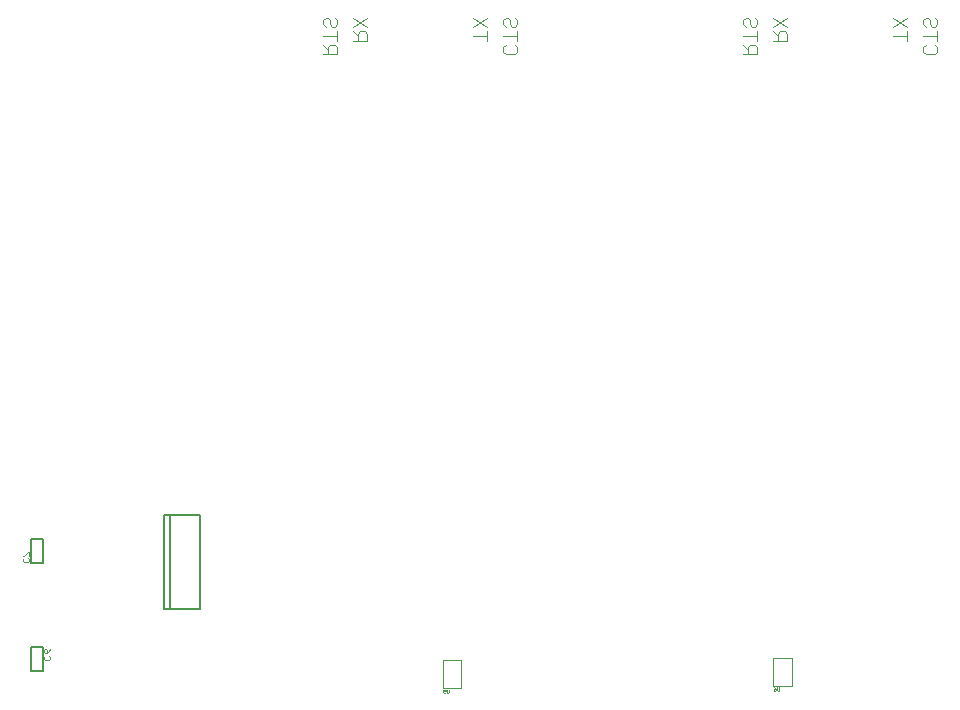
<source format=gbo>
G75*
G70*
%OFA0B0*%
%FSLAX24Y24*%
%IPPOS*%
%LPD*%
%AMOC8*
5,1,8,0,0,1.08239X$1,22.5*
%
%ADD10C,0.0040*%
%ADD11C,0.0020*%
%ADD12C,0.0010*%
%ADD13C,0.0050*%
D10*
X002072Y004638D02*
X002039Y004671D01*
X002039Y004738D01*
X002072Y004771D01*
X002072Y004859D02*
X002039Y004892D01*
X002039Y004959D01*
X002072Y004992D01*
X002105Y004992D01*
X002139Y004959D01*
X002139Y004859D01*
X002072Y004859D01*
X002139Y004859D02*
X002206Y004926D01*
X002239Y004992D01*
X002206Y004771D02*
X002239Y004738D01*
X002239Y004671D01*
X002206Y004638D01*
X002072Y004638D01*
X001518Y007893D02*
X001385Y007893D01*
X001351Y007927D01*
X001351Y007993D01*
X001385Y008027D01*
X001385Y008114D02*
X001351Y008114D01*
X001385Y008114D02*
X001518Y008248D01*
X001551Y008248D01*
X001551Y008114D01*
X001518Y008027D02*
X001551Y007993D01*
X001551Y007927D01*
X001518Y007893D01*
X011344Y024822D02*
X011805Y024822D01*
X011805Y025052D01*
X011728Y025129D01*
X011575Y025129D01*
X011498Y025052D01*
X011498Y024822D01*
X011498Y024975D02*
X011344Y025129D01*
X011344Y025436D02*
X011805Y025436D01*
X011805Y025589D02*
X011805Y025282D01*
X012344Y025282D02*
X012805Y025282D01*
X012805Y025513D01*
X012728Y025589D01*
X012575Y025589D01*
X012498Y025513D01*
X012498Y025282D01*
X012498Y025436D02*
X012344Y025589D01*
X012344Y025743D02*
X012805Y026050D01*
X012805Y025743D02*
X012344Y026050D01*
X011805Y025973D02*
X011805Y025819D01*
X011728Y025743D01*
X011651Y025743D01*
X011575Y025819D01*
X011575Y025973D01*
X011498Y026050D01*
X011421Y026050D01*
X011344Y025973D01*
X011344Y025819D01*
X011421Y025743D01*
X011728Y026050D02*
X011805Y025973D01*
X016344Y026050D02*
X016805Y025743D01*
X016805Y025589D02*
X016805Y025282D01*
X016805Y025436D02*
X016344Y025436D01*
X016344Y025743D02*
X016805Y026050D01*
X017344Y025973D02*
X017344Y025819D01*
X017421Y025743D01*
X017575Y025819D02*
X017575Y025973D01*
X017498Y026050D01*
X017421Y026050D01*
X017344Y025973D01*
X017575Y025819D02*
X017651Y025743D01*
X017728Y025743D01*
X017805Y025819D01*
X017805Y025973D01*
X017728Y026050D01*
X017805Y025589D02*
X017805Y025282D01*
X017805Y025436D02*
X017344Y025436D01*
X017421Y025129D02*
X017344Y025052D01*
X017344Y024899D01*
X017421Y024822D01*
X017728Y024822D01*
X017805Y024899D01*
X017805Y025052D01*
X017728Y025129D01*
X025344Y025129D02*
X025498Y024975D01*
X025498Y025052D02*
X025498Y024822D01*
X025344Y024822D02*
X025805Y024822D01*
X025805Y025052D01*
X025728Y025129D01*
X025575Y025129D01*
X025498Y025052D01*
X025805Y025282D02*
X025805Y025589D01*
X025805Y025436D02*
X025344Y025436D01*
X025421Y025743D02*
X025344Y025819D01*
X025344Y025973D01*
X025421Y026050D01*
X025498Y026050D01*
X025575Y025973D01*
X025575Y025819D01*
X025651Y025743D01*
X025728Y025743D01*
X025805Y025819D01*
X025805Y025973D01*
X025728Y026050D01*
X026344Y026050D02*
X026805Y025743D01*
X026728Y025589D02*
X026575Y025589D01*
X026498Y025513D01*
X026498Y025282D01*
X026344Y025282D02*
X026805Y025282D01*
X026805Y025513D01*
X026728Y025589D01*
X026498Y025436D02*
X026344Y025589D01*
X026344Y025743D02*
X026805Y026050D01*
X030344Y026050D02*
X030805Y025743D01*
X030805Y025589D02*
X030805Y025282D01*
X030805Y025436D02*
X030344Y025436D01*
X030344Y025743D02*
X030805Y026050D01*
X031344Y025973D02*
X031344Y025819D01*
X031421Y025743D01*
X031575Y025819D02*
X031575Y025973D01*
X031498Y026050D01*
X031421Y026050D01*
X031344Y025973D01*
X031575Y025819D02*
X031651Y025743D01*
X031728Y025743D01*
X031805Y025819D01*
X031805Y025973D01*
X031728Y026050D01*
X031805Y025589D02*
X031805Y025282D01*
X031805Y025436D02*
X031344Y025436D01*
X031421Y025129D02*
X031344Y025052D01*
X031344Y024899D01*
X031421Y024822D01*
X031728Y024822D01*
X031805Y024899D01*
X031805Y025052D01*
X031728Y025129D01*
D11*
X026956Y004715D02*
X026326Y004715D01*
X026326Y003770D01*
X026956Y003770D01*
X026956Y004715D01*
X015949Y004636D02*
X015949Y003691D01*
X015319Y003691D01*
X015319Y004636D01*
X015949Y004636D01*
D12*
X015535Y003647D02*
X015535Y003555D01*
X015516Y003537D01*
X015480Y003537D01*
X015461Y003555D01*
X015461Y003647D01*
X015424Y003647D02*
X015424Y003592D01*
X015387Y003610D01*
X015369Y003610D01*
X015351Y003592D01*
X015351Y003555D01*
X015369Y003537D01*
X015406Y003537D01*
X015424Y003555D01*
X015424Y003647D02*
X015351Y003647D01*
X026359Y003652D02*
X026377Y003670D01*
X026432Y003670D01*
X026432Y003634D01*
X026414Y003615D01*
X026377Y003615D01*
X026359Y003634D01*
X026359Y003652D01*
X026395Y003707D02*
X026432Y003670D01*
X026469Y003634D02*
X026469Y003725D01*
X026542Y003725D02*
X026542Y003634D01*
X026524Y003615D01*
X026487Y003615D01*
X026469Y003634D01*
X026395Y003707D02*
X026359Y003725D01*
D13*
X001992Y004282D02*
X001598Y004282D01*
X001598Y005069D01*
X001992Y005069D01*
X001992Y004282D01*
X006047Y006329D02*
X006047Y009478D01*
X006244Y009478D01*
X007228Y009478D01*
X007228Y006329D01*
X006244Y006329D01*
X006047Y006329D01*
X006244Y006329D02*
X006244Y009478D01*
X001992Y008652D02*
X001992Y007864D01*
X001598Y007864D01*
X001598Y008652D01*
X001992Y008652D01*
M02*

</source>
